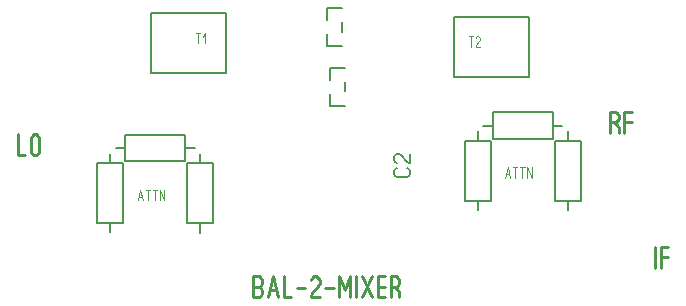
<source format=gbr>
%FSLAX34Y34*%
%MOMM*%
%LNSILK_TOP*%
G71*
G01*
%ADD10C,0.167*%
%ADD11C,0.150*%
%ADD12C,0.222*%
%ADD13C,0.111*%
%LPD*%
G54D10*
X371430Y144091D02*
X373097Y143091D01*
X373930Y141091D01*
X373930Y139091D01*
X373097Y137091D01*
X371430Y136091D01*
X363097Y136091D01*
X361430Y137091D01*
X360597Y139091D01*
X360597Y141091D01*
X361430Y143091D01*
X363097Y144091D01*
G54D10*
X373930Y155758D02*
X373930Y147758D01*
X373097Y147758D01*
X371430Y148758D01*
X366430Y154758D01*
X364764Y155758D01*
X363097Y155758D01*
X361430Y154758D01*
X360597Y152758D01*
X360597Y150758D01*
X361430Y148758D01*
X363097Y147758D01*
G54D11*
X108921Y147970D02*
X131096Y147970D01*
X131096Y97270D01*
X108921Y97270D01*
X108921Y147970D01*
G54D11*
X120009Y148170D02*
X120009Y156070D01*
G54D11*
X120009Y97170D02*
X120009Y89270D01*
G54D11*
X183462Y171838D02*
X183462Y149663D01*
X132762Y149663D01*
X132762Y171838D01*
X183462Y171838D01*
G54D11*
X183662Y160751D02*
X191562Y160751D01*
G54D11*
X132662Y160751D02*
X124762Y160751D01*
G54D11*
X185112Y147896D02*
X207287Y147896D01*
X207287Y97196D01*
X185112Y97196D01*
X185112Y147896D01*
G54D11*
X196199Y148096D02*
X196199Y155996D01*
G54D11*
X196199Y97096D02*
X196199Y89196D01*
G54D11*
X420071Y167020D02*
X442246Y167020D01*
X442246Y116320D01*
X420071Y116320D01*
X420071Y167020D01*
G54D11*
X431159Y167220D02*
X431159Y175120D01*
G54D11*
X431159Y116220D02*
X431159Y108320D01*
G54D11*
X494612Y190888D02*
X494612Y168713D01*
X443912Y168713D01*
X443912Y190888D01*
X494612Y190888D01*
G54D11*
X494812Y179801D02*
X502712Y179801D01*
G54D11*
X443812Y179801D02*
X435912Y179801D01*
G54D11*
X496262Y166946D02*
X518437Y166946D01*
X518437Y116246D01*
X496262Y116246D01*
X496262Y166946D01*
G54D11*
X507349Y167146D02*
X507349Y175046D01*
G54D11*
X507349Y116146D02*
X507349Y108246D01*
G54D12*
X41723Y172239D02*
X41723Y154461D01*
X47945Y154461D01*
G54D12*
X59945Y168905D02*
X59945Y157794D01*
X59056Y155572D01*
X57278Y154461D01*
X55501Y154461D01*
X53723Y155572D01*
X52834Y157794D01*
X52834Y168905D01*
X53723Y171128D01*
X55501Y172239D01*
X57278Y172239D01*
X59056Y171128D01*
X59945Y168905D01*
G54D12*
X546928Y182400D02*
X549595Y180178D01*
X550484Y177955D01*
X550484Y173511D01*
G54D12*
X543373Y173511D02*
X543373Y191289D01*
X547818Y191289D01*
X549595Y190178D01*
X550484Y187955D01*
X550484Y185733D01*
X549595Y183511D01*
X547818Y182400D01*
X543373Y182400D01*
G54D12*
X555373Y173511D02*
X555373Y191289D01*
X561595Y191289D01*
G54D12*
X555373Y182400D02*
X561595Y182400D01*
G54D12*
X581473Y59211D02*
X581473Y76989D01*
G54D12*
X586362Y59211D02*
X586362Y76989D01*
X592584Y76989D01*
G54D12*
X586362Y68100D02*
X592584Y68100D01*
G54D13*
X143323Y116361D02*
X145545Y125250D01*
X147767Y116361D01*
G54D13*
X144212Y119694D02*
X146879Y119694D01*
G54D13*
X151989Y116361D02*
X151989Y125250D01*
G54D13*
X150211Y125250D02*
X153767Y125250D01*
G54D13*
X157989Y116361D02*
X157989Y125250D01*
G54D13*
X156211Y125250D02*
X159767Y125250D01*
G54D13*
X162211Y116361D02*
X162211Y125250D01*
X165767Y116361D01*
X165767Y125250D01*
G54D13*
X454473Y135411D02*
X456695Y144300D01*
X458917Y135411D01*
G54D13*
X455362Y138744D02*
X458029Y138744D01*
G54D13*
X463139Y135411D02*
X463139Y144300D01*
G54D13*
X461361Y144300D02*
X464917Y144300D01*
G54D13*
X469139Y135411D02*
X469139Y144300D01*
G54D13*
X467361Y144300D02*
X470917Y144300D01*
G54D13*
X473361Y135411D02*
X473361Y144300D01*
X476917Y135411D01*
X476917Y144300D01*
G54D11*
X154350Y224223D02*
X217850Y224223D01*
X217850Y275023D01*
X154350Y275023D01*
X154350Y224223D01*
G54D13*
X194228Y249623D02*
X194228Y258512D01*
G54D13*
X192450Y258512D02*
X196006Y258512D01*
G54D13*
X198450Y255179D02*
X200672Y258512D01*
X200672Y249623D01*
G54D11*
X474390Y271730D02*
X410890Y271730D01*
X410890Y220930D01*
X474390Y220930D01*
X474390Y271730D01*
G54D13*
X425368Y246330D02*
X425368Y255219D01*
G54D13*
X423590Y255219D02*
X427146Y255219D01*
G54D13*
X433146Y246330D02*
X429590Y246330D01*
X429590Y246886D01*
X430034Y247997D01*
X432701Y251330D01*
X433146Y252441D01*
X433146Y253552D01*
X432701Y254663D01*
X431812Y255219D01*
X430923Y255219D01*
X430034Y254663D01*
X429590Y253552D01*
G54D12*
X241300Y34300D02*
X241300Y52078D01*
X245744Y52078D01*
X247522Y50967D01*
X248411Y48744D01*
X248411Y46522D01*
X247522Y44300D01*
X245744Y43189D01*
X247522Y42078D01*
X248411Y39856D01*
X248411Y37633D01*
X247522Y35411D01*
X245744Y34300D01*
X241300Y34300D01*
G54D12*
X241300Y43189D02*
X245744Y43189D01*
G54D12*
X253300Y34300D02*
X257744Y52078D01*
X262189Y34300D01*
G54D12*
X255078Y40967D02*
X260411Y40967D01*
G54D12*
X267078Y52078D02*
X267078Y34300D01*
X273300Y34300D01*
G54D12*
X278189Y42078D02*
X285300Y42078D01*
G54D12*
X297300Y34300D02*
X290189Y34300D01*
X290189Y35411D01*
X291078Y37633D01*
X296411Y44300D01*
X297300Y46522D01*
X297300Y48744D01*
X296411Y50967D01*
X294633Y52078D01*
X292856Y52078D01*
X291078Y50967D01*
X290189Y48744D01*
G54D12*
X302189Y42078D02*
X309300Y42078D01*
G54D12*
X314189Y34300D02*
X314189Y52078D01*
X318633Y40967D01*
X323078Y52078D01*
X323078Y34300D01*
G54D12*
X327967Y34300D02*
X327967Y52078D01*
G54D12*
X332856Y52078D02*
X341745Y34300D01*
G54D12*
X332856Y34300D02*
X341745Y52078D01*
G54D12*
X352856Y34300D02*
X346634Y34300D01*
X346634Y52078D01*
X352856Y52078D01*
G54D12*
X346634Y43189D02*
X352856Y43189D01*
G54D12*
X361301Y43189D02*
X363967Y40967D01*
X364856Y38744D01*
X364856Y34300D01*
G54D12*
X357745Y34300D02*
X357745Y52078D01*
X362189Y52078D01*
X363967Y50967D01*
X364856Y48744D01*
X364856Y46522D01*
X363967Y44300D01*
X362189Y43189D01*
X357745Y43189D01*
G54D11*
X316267Y247344D02*
X303267Y247344D01*
X303267Y257344D01*
G54D11*
X303267Y269344D02*
X303267Y279344D01*
X316267Y279344D01*
G54D11*
X316267Y267344D02*
X316267Y259344D01*
G54D11*
X318812Y196730D02*
X305812Y196730D01*
X305812Y206730D01*
G54D11*
X305812Y218730D02*
X305812Y228730D01*
X318812Y228730D01*
G54D11*
X318812Y216730D02*
X318812Y208730D01*
M02*

</source>
